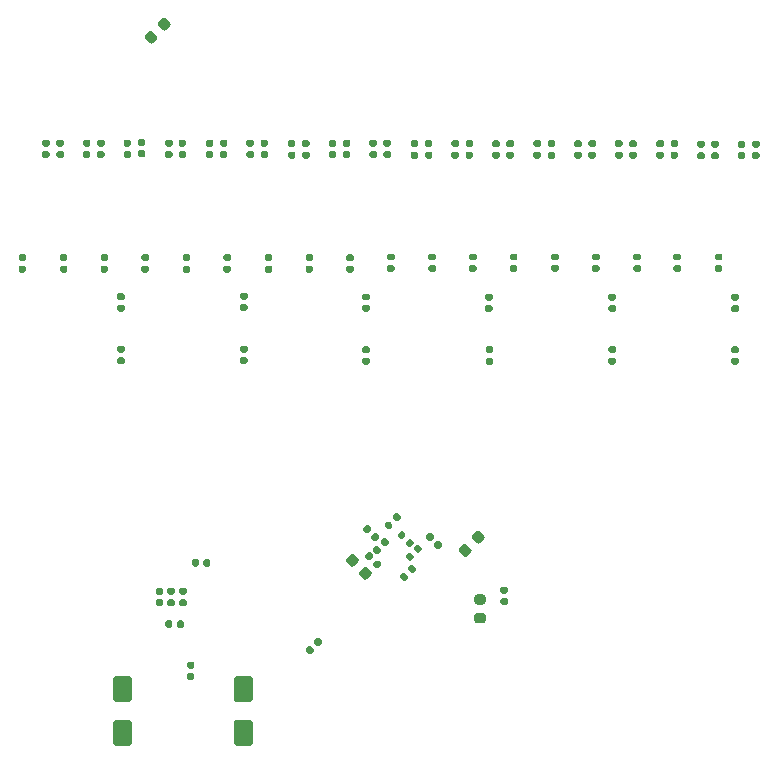
<source format=gbp>
%TF.GenerationSoftware,KiCad,Pcbnew,5.1.6*%
%TF.CreationDate,2020-08-02T00:36:08-04:00*%
%TF.ProjectId,squishy,73717569-7368-4792-9e6b-696361645f70,rev?*%
%TF.SameCoordinates,PX67f3540PY72ba1e0*%
%TF.FileFunction,Paste,Bot*%
%TF.FilePolarity,Positive*%
%FSLAX46Y46*%
G04 Gerber Fmt 4.6, Leading zero omitted, Abs format (unit mm)*
G04 Created by KiCad (PCBNEW 5.1.6) date 2020-08-02 00:36:08*
%MOMM*%
%LPD*%
G01*
G04 APERTURE LIST*
G04 APERTURE END LIST*
%TO.C,R71*%
G36*
G01*
X48306250Y12450000D02*
X47793750Y12450000D01*
G75*
G02*
X47575000Y12668750I0J218750D01*
G01*
X47575000Y13106250D01*
G75*
G02*
X47793750Y13325000I218750J0D01*
G01*
X48306250Y13325000D01*
G75*
G02*
X48525000Y13106250I0J-218750D01*
G01*
X48525000Y12668750D01*
G75*
G02*
X48306250Y12450000I-218750J0D01*
G01*
G37*
G36*
G01*
X48306250Y10875000D02*
X47793750Y10875000D01*
G75*
G02*
X47575000Y11093750I0J218750D01*
G01*
X47575000Y11531250D01*
G75*
G02*
X47793750Y11750000I218750J0D01*
G01*
X48306250Y11750000D01*
G75*
G02*
X48525000Y11531250I0J-218750D01*
G01*
X48525000Y11093750D01*
G75*
G02*
X48306250Y10875000I-218750J0D01*
G01*
G37*
%TD*%
%TO.C,R70*%
G36*
G01*
X20321316Y60983708D02*
X20683709Y60621316D01*
G75*
G02*
X20683709Y60311956I-154680J-154680D01*
G01*
X20374350Y60002597D01*
G75*
G02*
X20064990Y60002597I-154680J154680D01*
G01*
X19702597Y60364990D01*
G75*
G02*
X19702597Y60674350I154680J154680D01*
G01*
X20011956Y60983709D01*
G75*
G02*
X20321316Y60983709I154680J-154680D01*
G01*
G37*
G36*
G01*
X21435010Y62097402D02*
X21797403Y61735010D01*
G75*
G02*
X21797403Y61425650I-154680J-154680D01*
G01*
X21488044Y61116291D01*
G75*
G02*
X21178684Y61116291I-154680J154680D01*
G01*
X20816291Y61478684D01*
G75*
G02*
X20816291Y61788044I154680J154680D01*
G01*
X21125650Y62097403D01*
G75*
G02*
X21435010Y62097403I154680J-154680D01*
G01*
G37*
%TD*%
%TO.C,C53*%
G36*
G01*
X39393674Y17387625D02*
X39637625Y17143673D01*
G75*
G02*
X39637625Y16935077I-104298J-104298D01*
G01*
X39429029Y16726481D01*
G75*
G02*
X39220433Y16726481I-104298J104298D01*
G01*
X38976481Y16970433D01*
G75*
G02*
X38976481Y17179029I104298J104298D01*
G01*
X39185077Y17387625D01*
G75*
G02*
X39393673Y17387625I104298J-104298D01*
G01*
G37*
G36*
G01*
X40079568Y18073519D02*
X40323519Y17829567D01*
G75*
G02*
X40323519Y17620971I-104298J-104298D01*
G01*
X40114923Y17412375D01*
G75*
G02*
X39906327Y17412375I-104298J104298D01*
G01*
X39662375Y17656327D01*
G75*
G02*
X39662375Y17864923I104298J104298D01*
G01*
X39870971Y18073519D01*
G75*
G02*
X40079567Y18073519I104298J-104298D01*
G01*
G37*
%TD*%
%TO.C,C52*%
G36*
G01*
X42193674Y16837625D02*
X42437625Y16593673D01*
G75*
G02*
X42437625Y16385077I-104298J-104298D01*
G01*
X42229029Y16176481D01*
G75*
G02*
X42020433Y16176481I-104298J104298D01*
G01*
X41776481Y16420433D01*
G75*
G02*
X41776481Y16629029I104298J104298D01*
G01*
X41985077Y16837625D01*
G75*
G02*
X42193673Y16837625I104298J-104298D01*
G01*
G37*
G36*
G01*
X42879568Y17523519D02*
X43123519Y17279567D01*
G75*
G02*
X43123519Y17070971I-104298J-104298D01*
G01*
X42914923Y16862375D01*
G75*
G02*
X42706327Y16862375I-104298J104298D01*
G01*
X42462375Y17106327D01*
G75*
G02*
X42462375Y17314923I104298J104298D01*
G01*
X42670971Y17523519D01*
G75*
G02*
X42879567Y17523519I104298J-104298D01*
G01*
G37*
%TD*%
%TO.C,C51*%
G36*
G01*
X44137625Y18106326D02*
X43893673Y17862375D01*
G75*
G02*
X43685077Y17862375I-104298J104298D01*
G01*
X43476481Y18070971D01*
G75*
G02*
X43476481Y18279567I104298J104298D01*
G01*
X43720433Y18523519D01*
G75*
G02*
X43929029Y18523519I104298J-104298D01*
G01*
X44137625Y18314923D01*
G75*
G02*
X44137625Y18106327I-104298J-104298D01*
G01*
G37*
G36*
G01*
X44823519Y17420432D02*
X44579567Y17176481D01*
G75*
G02*
X44370971Y17176481I-104298J104298D01*
G01*
X44162375Y17385077D01*
G75*
G02*
X44162375Y17593673I104298J104298D01*
G01*
X44406327Y17837625D01*
G75*
G02*
X44614923Y17837625I104298J-104298D01*
G01*
X44823519Y17629029D01*
G75*
G02*
X44823519Y17420433I-104298J-104298D01*
G01*
G37*
%TD*%
%TO.C,C50*%
G36*
G01*
X41762375Y17743674D02*
X42006327Y17987625D01*
G75*
G02*
X42214923Y17987625I104298J-104298D01*
G01*
X42423519Y17779029D01*
G75*
G02*
X42423519Y17570433I-104298J-104298D01*
G01*
X42179567Y17326481D01*
G75*
G02*
X41970971Y17326481I-104298J104298D01*
G01*
X41762375Y17535077D01*
G75*
G02*
X41762375Y17743673I104298J104298D01*
G01*
G37*
G36*
G01*
X41076481Y18429568D02*
X41320433Y18673519D01*
G75*
G02*
X41529029Y18673519I104298J-104298D01*
G01*
X41737625Y18464923D01*
G75*
G02*
X41737625Y18256327I-104298J-104298D01*
G01*
X41493673Y18012375D01*
G75*
G02*
X41285077Y18012375I-104298J104298D01*
G01*
X41076481Y18220971D01*
G75*
G02*
X41076481Y18429567I104298J104298D01*
G01*
G37*
%TD*%
%TO.C,C49*%
G36*
G01*
X40906326Y19512375D02*
X40662375Y19756327D01*
G75*
G02*
X40662375Y19964923I104298J104298D01*
G01*
X40870971Y20173519D01*
G75*
G02*
X41079567Y20173519I104298J-104298D01*
G01*
X41323519Y19929567D01*
G75*
G02*
X41323519Y19720971I-104298J-104298D01*
G01*
X41114923Y19512375D01*
G75*
G02*
X40906327Y19512375I-104298J104298D01*
G01*
G37*
G36*
G01*
X40220432Y18826481D02*
X39976481Y19070433D01*
G75*
G02*
X39976481Y19279029I104298J104298D01*
G01*
X40185077Y19487625D01*
G75*
G02*
X40393673Y19487625I104298J-104298D01*
G01*
X40637625Y19243673D01*
G75*
G02*
X40637625Y19035077I-104298J-104298D01*
G01*
X40429029Y18826481D01*
G75*
G02*
X40220433Y18826481I-104298J104298D01*
G01*
G37*
%TD*%
%TO.C,C48*%
G36*
G01*
X39012375Y15943674D02*
X39256327Y16187625D01*
G75*
G02*
X39464923Y16187625I104298J-104298D01*
G01*
X39673519Y15979029D01*
G75*
G02*
X39673519Y15770433I-104298J-104298D01*
G01*
X39429567Y15526481D01*
G75*
G02*
X39220971Y15526481I-104298J104298D01*
G01*
X39012375Y15735077D01*
G75*
G02*
X39012375Y15943673I104298J104298D01*
G01*
G37*
G36*
G01*
X38326481Y16629568D02*
X38570433Y16873519D01*
G75*
G02*
X38779029Y16873519I104298J-104298D01*
G01*
X38987625Y16664923D01*
G75*
G02*
X38987625Y16456327I-104298J-104298D01*
G01*
X38743673Y16212375D01*
G75*
G02*
X38535077Y16212375I-104298J104298D01*
G01*
X38326481Y16420971D01*
G75*
G02*
X38326481Y16629567I104298J104298D01*
G01*
G37*
%TD*%
%TO.C,C47*%
G36*
G01*
X41693674Y15137625D02*
X41937625Y14893673D01*
G75*
G02*
X41937625Y14685077I-104298J-104298D01*
G01*
X41729029Y14476481D01*
G75*
G02*
X41520433Y14476481I-104298J104298D01*
G01*
X41276481Y14720433D01*
G75*
G02*
X41276481Y14929029I104298J104298D01*
G01*
X41485077Y15137625D01*
G75*
G02*
X41693673Y15137625I104298J-104298D01*
G01*
G37*
G36*
G01*
X42379568Y15823519D02*
X42623519Y15579567D01*
G75*
G02*
X42623519Y15370971I-104298J-104298D01*
G01*
X42414923Y15162375D01*
G75*
G02*
X42206327Y15162375I-104298J104298D01*
G01*
X41962375Y15406327D01*
G75*
G02*
X41962375Y15614923I104298J104298D01*
G01*
X42170971Y15823519D01*
G75*
G02*
X42379567Y15823519I104298J-104298D01*
G01*
G37*
%TD*%
%TO.C,C46*%
G36*
G01*
X38862375Y18243674D02*
X39106327Y18487625D01*
G75*
G02*
X39314923Y18487625I104298J-104298D01*
G01*
X39523519Y18279029D01*
G75*
G02*
X39523519Y18070433I-104298J-104298D01*
G01*
X39279567Y17826481D01*
G75*
G02*
X39070971Y17826481I-104298J104298D01*
G01*
X38862375Y18035077D01*
G75*
G02*
X38862375Y18243673I104298J104298D01*
G01*
G37*
G36*
G01*
X38176481Y18929568D02*
X38420433Y19173519D01*
G75*
G02*
X38629029Y19173519I104298J-104298D01*
G01*
X38837625Y18964923D01*
G75*
G02*
X38837625Y18756327I-104298J-104298D01*
G01*
X38593673Y18512375D01*
G75*
G02*
X38385077Y18512375I-104298J104298D01*
G01*
X38176481Y18720971D01*
G75*
G02*
X38176481Y18929567I104298J104298D01*
G01*
G37*
%TD*%
%TO.C,C45*%
G36*
G01*
X37733708Y16078684D02*
X37371316Y15716291D01*
G75*
G02*
X37061956Y15716291I-154680J154680D01*
G01*
X36752597Y16025650D01*
G75*
G02*
X36752597Y16335010I154680J154680D01*
G01*
X37114990Y16697403D01*
G75*
G02*
X37424350Y16697403I154680J-154680D01*
G01*
X37733709Y16388044D01*
G75*
G02*
X37733709Y16078684I-154680J-154680D01*
G01*
G37*
G36*
G01*
X38847402Y14964990D02*
X38485010Y14602597D01*
G75*
G02*
X38175650Y14602597I-154680J154680D01*
G01*
X37866291Y14911956D01*
G75*
G02*
X37866291Y15221316I154680J154680D01*
G01*
X38228684Y15583709D01*
G75*
G02*
X38538044Y15583709I154680J-154680D01*
G01*
X38847403Y15274350D01*
G75*
G02*
X38847403Y14964990I-154680J-154680D01*
G01*
G37*
%TD*%
%TO.C,C44*%
G36*
G01*
X46921316Y17533708D02*
X47283709Y17171316D01*
G75*
G02*
X47283709Y16861956I-154680J-154680D01*
G01*
X46974350Y16552597D01*
G75*
G02*
X46664990Y16552597I-154680J154680D01*
G01*
X46302597Y16914990D01*
G75*
G02*
X46302597Y17224350I154680J154680D01*
G01*
X46611956Y17533709D01*
G75*
G02*
X46921316Y17533709I154680J-154680D01*
G01*
G37*
G36*
G01*
X48035010Y18647402D02*
X48397403Y18285010D01*
G75*
G02*
X48397403Y17975650I-154680J-154680D01*
G01*
X48088044Y17666291D01*
G75*
G02*
X47778684Y17666291I-154680J154680D01*
G01*
X47416291Y18028684D01*
G75*
G02*
X47416291Y18338044I154680J154680D01*
G01*
X47725650Y18647403D01*
G75*
G02*
X48035010Y18647403I154680J-154680D01*
G01*
G37*
%TD*%
%TO.C,C43*%
G36*
G01*
X34256326Y8962375D02*
X34012375Y9206327D01*
G75*
G02*
X34012375Y9414923I104298J104298D01*
G01*
X34220971Y9623519D01*
G75*
G02*
X34429567Y9623519I104298J-104298D01*
G01*
X34673519Y9379567D01*
G75*
G02*
X34673519Y9170971I-104298J-104298D01*
G01*
X34464923Y8962375D01*
G75*
G02*
X34256327Y8962375I-104298J104298D01*
G01*
G37*
G36*
G01*
X33570432Y8276481D02*
X33326481Y8520433D01*
G75*
G02*
X33326481Y8729029I104298J104298D01*
G01*
X33535077Y8937625D01*
G75*
G02*
X33743673Y8937625I104298J-104298D01*
G01*
X33987625Y8693673D01*
G75*
G02*
X33987625Y8485077I-104298J-104298D01*
G01*
X33779029Y8276481D01*
G75*
G02*
X33570433Y8276481I-104298J104298D01*
G01*
G37*
%TD*%
%TO.C,C42*%
G36*
G01*
X24260000Y16172500D02*
X24260000Y15827500D01*
G75*
G02*
X24112500Y15680000I-147500J0D01*
G01*
X23817500Y15680000D01*
G75*
G02*
X23670000Y15827500I0J147500D01*
G01*
X23670000Y16172500D01*
G75*
G02*
X23817500Y16320000I147500J0D01*
G01*
X24112500Y16320000D01*
G75*
G02*
X24260000Y16172500I0J-147500D01*
G01*
G37*
G36*
G01*
X25230000Y16172500D02*
X25230000Y15827500D01*
G75*
G02*
X25082500Y15680000I-147500J0D01*
G01*
X24787500Y15680000D01*
G75*
G02*
X24640000Y15827500I0J147500D01*
G01*
X24640000Y16172500D01*
G75*
G02*
X24787500Y16320000I147500J0D01*
G01*
X25082500Y16320000D01*
G75*
G02*
X25230000Y16172500I0J-147500D01*
G01*
G37*
%TD*%
%TO.C,C40*%
G36*
G01*
X22072500Y13290000D02*
X21727500Y13290000D01*
G75*
G02*
X21580000Y13437500I0J147500D01*
G01*
X21580000Y13732500D01*
G75*
G02*
X21727500Y13880000I147500J0D01*
G01*
X22072500Y13880000D01*
G75*
G02*
X22220000Y13732500I0J-147500D01*
G01*
X22220000Y13437500D01*
G75*
G02*
X22072500Y13290000I-147500J0D01*
G01*
G37*
G36*
G01*
X22072500Y12320000D02*
X21727500Y12320000D01*
G75*
G02*
X21580000Y12467500I0J147500D01*
G01*
X21580000Y12762500D01*
G75*
G02*
X21727500Y12910000I147500J0D01*
G01*
X22072500Y12910000D01*
G75*
G02*
X22220000Y12762500I0J-147500D01*
G01*
X22220000Y12467500D01*
G75*
G02*
X22072500Y12320000I-147500J0D01*
G01*
G37*
%TD*%
%TO.C,C39*%
G36*
G01*
X23072500Y13290000D02*
X22727500Y13290000D01*
G75*
G02*
X22580000Y13437500I0J147500D01*
G01*
X22580000Y13732500D01*
G75*
G02*
X22727500Y13880000I147500J0D01*
G01*
X23072500Y13880000D01*
G75*
G02*
X23220000Y13732500I0J-147500D01*
G01*
X23220000Y13437500D01*
G75*
G02*
X23072500Y13290000I-147500J0D01*
G01*
G37*
G36*
G01*
X23072500Y12320000D02*
X22727500Y12320000D01*
G75*
G02*
X22580000Y12467500I0J147500D01*
G01*
X22580000Y12762500D01*
G75*
G02*
X22727500Y12910000I147500J0D01*
G01*
X23072500Y12910000D01*
G75*
G02*
X23220000Y12762500I0J-147500D01*
G01*
X23220000Y12467500D01*
G75*
G02*
X23072500Y12320000I-147500J0D01*
G01*
G37*
%TD*%
%TO.C,C38*%
G36*
G01*
X20727500Y12910000D02*
X21072500Y12910000D01*
G75*
G02*
X21220000Y12762500I0J-147500D01*
G01*
X21220000Y12467500D01*
G75*
G02*
X21072500Y12320000I-147500J0D01*
G01*
X20727500Y12320000D01*
G75*
G02*
X20580000Y12467500I0J147500D01*
G01*
X20580000Y12762500D01*
G75*
G02*
X20727500Y12910000I147500J0D01*
G01*
G37*
G36*
G01*
X20727500Y13880000D02*
X21072500Y13880000D01*
G75*
G02*
X21220000Y13732500I0J-147500D01*
G01*
X21220000Y13437500D01*
G75*
G02*
X21072500Y13290000I-147500J0D01*
G01*
X20727500Y13290000D01*
G75*
G02*
X20580000Y13437500I0J147500D01*
G01*
X20580000Y13732500D01*
G75*
G02*
X20727500Y13880000I147500J0D01*
G01*
G37*
%TD*%
%TO.C,C37*%
G36*
G01*
X22390000Y10627500D02*
X22390000Y10972500D01*
G75*
G02*
X22537500Y11120000I147500J0D01*
G01*
X22832500Y11120000D01*
G75*
G02*
X22980000Y10972500I0J-147500D01*
G01*
X22980000Y10627500D01*
G75*
G02*
X22832500Y10480000I-147500J0D01*
G01*
X22537500Y10480000D01*
G75*
G02*
X22390000Y10627500I0J147500D01*
G01*
G37*
G36*
G01*
X21420000Y10627500D02*
X21420000Y10972500D01*
G75*
G02*
X21567500Y11120000I147500J0D01*
G01*
X21862500Y11120000D01*
G75*
G02*
X22010000Y10972500I0J-147500D01*
G01*
X22010000Y10627500D01*
G75*
G02*
X21862500Y10480000I-147500J0D01*
G01*
X21567500Y10480000D01*
G75*
G02*
X21420000Y10627500I0J147500D01*
G01*
G37*
%TD*%
%TO.C,C3*%
G36*
G01*
X23377500Y6660000D02*
X23722500Y6660000D01*
G75*
G02*
X23870000Y6512500I0J-147500D01*
G01*
X23870000Y6217500D01*
G75*
G02*
X23722500Y6070000I-147500J0D01*
G01*
X23377500Y6070000D01*
G75*
G02*
X23230000Y6217500I0J147500D01*
G01*
X23230000Y6512500D01*
G75*
G02*
X23377500Y6660000I147500J0D01*
G01*
G37*
G36*
G01*
X23377500Y7630000D02*
X23722500Y7630000D01*
G75*
G02*
X23870000Y7482500I0J-147500D01*
G01*
X23870000Y7187500D01*
G75*
G02*
X23722500Y7040000I-147500J0D01*
G01*
X23377500Y7040000D01*
G75*
G02*
X23230000Y7187500I0J147500D01*
G01*
X23230000Y7482500D01*
G75*
G02*
X23377500Y7630000I147500J0D01*
G01*
G37*
%TD*%
%TO.C,C2*%
G36*
G01*
X50272500Y13390000D02*
X49927500Y13390000D01*
G75*
G02*
X49780000Y13537500I0J147500D01*
G01*
X49780000Y13832500D01*
G75*
G02*
X49927500Y13980000I147500J0D01*
G01*
X50272500Y13980000D01*
G75*
G02*
X50420000Y13832500I0J-147500D01*
G01*
X50420000Y13537500D01*
G75*
G02*
X50272500Y13390000I-147500J0D01*
G01*
G37*
G36*
G01*
X50272500Y12420000D02*
X49927500Y12420000D01*
G75*
G02*
X49780000Y12567500I0J147500D01*
G01*
X49780000Y12862500D01*
G75*
G02*
X49927500Y13010000I147500J0D01*
G01*
X50272500Y13010000D01*
G75*
G02*
X50420000Y12862500I0J-147500D01*
G01*
X50420000Y12567500D01*
G75*
G02*
X50272500Y12420000I-147500J0D01*
G01*
G37*
%TD*%
%TO.C,J1*%
G36*
G01*
X27200000Y700000D02*
X27200000Y2500000D01*
G75*
G02*
X27400000Y2700000I200000J0D01*
G01*
X28600000Y2700000D01*
G75*
G02*
X28800000Y2500000I0J-200000D01*
G01*
X28800000Y700000D01*
G75*
G02*
X28600000Y500000I-200000J0D01*
G01*
X27400000Y500000D01*
G75*
G02*
X27200000Y700000I0J200000D01*
G01*
G37*
G36*
G01*
X27200000Y4400000D02*
X27200000Y6200000D01*
G75*
G02*
X27400000Y6400000I200000J0D01*
G01*
X28600000Y6400000D01*
G75*
G02*
X28800000Y6200000I0J-200000D01*
G01*
X28800000Y4400000D01*
G75*
G02*
X28600000Y4200000I-200000J0D01*
G01*
X27400000Y4200000D01*
G75*
G02*
X27200000Y4400000I0J200000D01*
G01*
G37*
G36*
G01*
X17000000Y4400000D02*
X17000000Y6200000D01*
G75*
G02*
X17200000Y6400000I200000J0D01*
G01*
X18400000Y6400000D01*
G75*
G02*
X18600000Y6200000I0J-200000D01*
G01*
X18600000Y4400000D01*
G75*
G02*
X18400000Y4200000I-200000J0D01*
G01*
X17200000Y4200000D01*
G75*
G02*
X17000000Y4400000I0J200000D01*
G01*
G37*
G36*
G01*
X17000000Y700000D02*
X17000000Y2500000D01*
G75*
G02*
X17200000Y2700000I200000J0D01*
G01*
X18400000Y2700000D01*
G75*
G02*
X18600000Y2500000I0J-200000D01*
G01*
X18600000Y700000D01*
G75*
G02*
X18400000Y500000I-200000J0D01*
G01*
X17200000Y500000D01*
G75*
G02*
X17000000Y700000I0J200000D01*
G01*
G37*
%TD*%
%TO.C,R62*%
G36*
G01*
X63127500Y50810000D02*
X63472500Y50810000D01*
G75*
G02*
X63620000Y50662500I0J-147500D01*
G01*
X63620000Y50367500D01*
G75*
G02*
X63472500Y50220000I-147500J0D01*
G01*
X63127500Y50220000D01*
G75*
G02*
X62980000Y50367500I0J147500D01*
G01*
X62980000Y50662500D01*
G75*
G02*
X63127500Y50810000I147500J0D01*
G01*
G37*
G36*
G01*
X63127500Y51780000D02*
X63472500Y51780000D01*
G75*
G02*
X63620000Y51632500I0J-147500D01*
G01*
X63620000Y51337500D01*
G75*
G02*
X63472500Y51190000I-147500J0D01*
G01*
X63127500Y51190000D01*
G75*
G02*
X62980000Y51337500I0J147500D01*
G01*
X62980000Y51632500D01*
G75*
G02*
X63127500Y51780000I147500J0D01*
G01*
G37*
%TD*%
%TO.C,R60*%
G36*
G01*
X64672500Y51190000D02*
X64327500Y51190000D01*
G75*
G02*
X64180000Y51337500I0J147500D01*
G01*
X64180000Y51632500D01*
G75*
G02*
X64327500Y51780000I147500J0D01*
G01*
X64672500Y51780000D01*
G75*
G02*
X64820000Y51632500I0J-147500D01*
G01*
X64820000Y51337500D01*
G75*
G02*
X64672500Y51190000I-147500J0D01*
G01*
G37*
G36*
G01*
X64672500Y50220000D02*
X64327500Y50220000D01*
G75*
G02*
X64180000Y50367500I0J147500D01*
G01*
X64180000Y50662500D01*
G75*
G02*
X64327500Y50810000I147500J0D01*
G01*
X64672500Y50810000D01*
G75*
G02*
X64820000Y50662500I0J-147500D01*
G01*
X64820000Y50367500D01*
G75*
G02*
X64672500Y50220000I-147500J0D01*
G01*
G37*
%TD*%
%TO.C,R59*%
G36*
G01*
X66577500Y50760000D02*
X66922500Y50760000D01*
G75*
G02*
X67070000Y50612500I0J-147500D01*
G01*
X67070000Y50317500D01*
G75*
G02*
X66922500Y50170000I-147500J0D01*
G01*
X66577500Y50170000D01*
G75*
G02*
X66430000Y50317500I0J147500D01*
G01*
X66430000Y50612500D01*
G75*
G02*
X66577500Y50760000I147500J0D01*
G01*
G37*
G36*
G01*
X66577500Y51730000D02*
X66922500Y51730000D01*
G75*
G02*
X67070000Y51582500I0J-147500D01*
G01*
X67070000Y51287500D01*
G75*
G02*
X66922500Y51140000I-147500J0D01*
G01*
X66577500Y51140000D01*
G75*
G02*
X66430000Y51287500I0J147500D01*
G01*
X66430000Y51582500D01*
G75*
G02*
X66577500Y51730000I147500J0D01*
G01*
G37*
%TD*%
%TO.C,R57*%
G36*
G01*
X68122500Y51140000D02*
X67777500Y51140000D01*
G75*
G02*
X67630000Y51287500I0J147500D01*
G01*
X67630000Y51582500D01*
G75*
G02*
X67777500Y51730000I147500J0D01*
G01*
X68122500Y51730000D01*
G75*
G02*
X68270000Y51582500I0J-147500D01*
G01*
X68270000Y51287500D01*
G75*
G02*
X68122500Y51140000I-147500J0D01*
G01*
G37*
G36*
G01*
X68122500Y50170000D02*
X67777500Y50170000D01*
G75*
G02*
X67630000Y50317500I0J147500D01*
G01*
X67630000Y50612500D01*
G75*
G02*
X67777500Y50760000I147500J0D01*
G01*
X68122500Y50760000D01*
G75*
G02*
X68270000Y50612500I0J-147500D01*
G01*
X68270000Y50317500D01*
G75*
G02*
X68122500Y50170000I-147500J0D01*
G01*
G37*
%TD*%
%TO.C,R56*%
G36*
G01*
X70027500Y50760000D02*
X70372500Y50760000D01*
G75*
G02*
X70520000Y50612500I0J-147500D01*
G01*
X70520000Y50317500D01*
G75*
G02*
X70372500Y50170000I-147500J0D01*
G01*
X70027500Y50170000D01*
G75*
G02*
X69880000Y50317500I0J147500D01*
G01*
X69880000Y50612500D01*
G75*
G02*
X70027500Y50760000I147500J0D01*
G01*
G37*
G36*
G01*
X70027500Y51730000D02*
X70372500Y51730000D01*
G75*
G02*
X70520000Y51582500I0J-147500D01*
G01*
X70520000Y51287500D01*
G75*
G02*
X70372500Y51140000I-147500J0D01*
G01*
X70027500Y51140000D01*
G75*
G02*
X69880000Y51287500I0J147500D01*
G01*
X69880000Y51582500D01*
G75*
G02*
X70027500Y51730000I147500J0D01*
G01*
G37*
%TD*%
%TO.C,R54*%
G36*
G01*
X71572500Y51140000D02*
X71227500Y51140000D01*
G75*
G02*
X71080000Y51287500I0J147500D01*
G01*
X71080000Y51582500D01*
G75*
G02*
X71227500Y51730000I147500J0D01*
G01*
X71572500Y51730000D01*
G75*
G02*
X71720000Y51582500I0J-147500D01*
G01*
X71720000Y51287500D01*
G75*
G02*
X71572500Y51140000I-147500J0D01*
G01*
G37*
G36*
G01*
X71572500Y50170000D02*
X71227500Y50170000D01*
G75*
G02*
X71080000Y50317500I0J147500D01*
G01*
X71080000Y50612500D01*
G75*
G02*
X71227500Y50760000I147500J0D01*
G01*
X71572500Y50760000D01*
G75*
G02*
X71720000Y50612500I0J-147500D01*
G01*
X71720000Y50317500D01*
G75*
G02*
X71572500Y50170000I-147500J0D01*
G01*
G37*
%TD*%
%TO.C,R53*%
G36*
G01*
X52727500Y50810000D02*
X53072500Y50810000D01*
G75*
G02*
X53220000Y50662500I0J-147500D01*
G01*
X53220000Y50367500D01*
G75*
G02*
X53072500Y50220000I-147500J0D01*
G01*
X52727500Y50220000D01*
G75*
G02*
X52580000Y50367500I0J147500D01*
G01*
X52580000Y50662500D01*
G75*
G02*
X52727500Y50810000I147500J0D01*
G01*
G37*
G36*
G01*
X52727500Y51780000D02*
X53072500Y51780000D01*
G75*
G02*
X53220000Y51632500I0J-147500D01*
G01*
X53220000Y51337500D01*
G75*
G02*
X53072500Y51190000I-147500J0D01*
G01*
X52727500Y51190000D01*
G75*
G02*
X52580000Y51337500I0J147500D01*
G01*
X52580000Y51632500D01*
G75*
G02*
X52727500Y51780000I147500J0D01*
G01*
G37*
%TD*%
%TO.C,R51*%
G36*
G01*
X54272500Y51190000D02*
X53927500Y51190000D01*
G75*
G02*
X53780000Y51337500I0J147500D01*
G01*
X53780000Y51632500D01*
G75*
G02*
X53927500Y51780000I147500J0D01*
G01*
X54272500Y51780000D01*
G75*
G02*
X54420000Y51632500I0J-147500D01*
G01*
X54420000Y51337500D01*
G75*
G02*
X54272500Y51190000I-147500J0D01*
G01*
G37*
G36*
G01*
X54272500Y50220000D02*
X53927500Y50220000D01*
G75*
G02*
X53780000Y50367500I0J147500D01*
G01*
X53780000Y50662500D01*
G75*
G02*
X53927500Y50810000I147500J0D01*
G01*
X54272500Y50810000D01*
G75*
G02*
X54420000Y50662500I0J-147500D01*
G01*
X54420000Y50367500D01*
G75*
G02*
X54272500Y50220000I-147500J0D01*
G01*
G37*
%TD*%
%TO.C,R50*%
G36*
G01*
X56177500Y50810000D02*
X56522500Y50810000D01*
G75*
G02*
X56670000Y50662500I0J-147500D01*
G01*
X56670000Y50367500D01*
G75*
G02*
X56522500Y50220000I-147500J0D01*
G01*
X56177500Y50220000D01*
G75*
G02*
X56030000Y50367500I0J147500D01*
G01*
X56030000Y50662500D01*
G75*
G02*
X56177500Y50810000I147500J0D01*
G01*
G37*
G36*
G01*
X56177500Y51780000D02*
X56522500Y51780000D01*
G75*
G02*
X56670000Y51632500I0J-147500D01*
G01*
X56670000Y51337500D01*
G75*
G02*
X56522500Y51190000I-147500J0D01*
G01*
X56177500Y51190000D01*
G75*
G02*
X56030000Y51337500I0J147500D01*
G01*
X56030000Y51632500D01*
G75*
G02*
X56177500Y51780000I147500J0D01*
G01*
G37*
%TD*%
%TO.C,R48*%
G36*
G01*
X57722500Y51190000D02*
X57377500Y51190000D01*
G75*
G02*
X57230000Y51337500I0J147500D01*
G01*
X57230000Y51632500D01*
G75*
G02*
X57377500Y51780000I147500J0D01*
G01*
X57722500Y51780000D01*
G75*
G02*
X57870000Y51632500I0J-147500D01*
G01*
X57870000Y51337500D01*
G75*
G02*
X57722500Y51190000I-147500J0D01*
G01*
G37*
G36*
G01*
X57722500Y50220000D02*
X57377500Y50220000D01*
G75*
G02*
X57230000Y50367500I0J147500D01*
G01*
X57230000Y50662500D01*
G75*
G02*
X57377500Y50810000I147500J0D01*
G01*
X57722500Y50810000D01*
G75*
G02*
X57870000Y50662500I0J-147500D01*
G01*
X57870000Y50367500D01*
G75*
G02*
X57722500Y50220000I-147500J0D01*
G01*
G37*
%TD*%
%TO.C,R47*%
G36*
G01*
X59627500Y50810000D02*
X59972500Y50810000D01*
G75*
G02*
X60120000Y50662500I0J-147500D01*
G01*
X60120000Y50367500D01*
G75*
G02*
X59972500Y50220000I-147500J0D01*
G01*
X59627500Y50220000D01*
G75*
G02*
X59480000Y50367500I0J147500D01*
G01*
X59480000Y50662500D01*
G75*
G02*
X59627500Y50810000I147500J0D01*
G01*
G37*
G36*
G01*
X59627500Y51780000D02*
X59972500Y51780000D01*
G75*
G02*
X60120000Y51632500I0J-147500D01*
G01*
X60120000Y51337500D01*
G75*
G02*
X59972500Y51190000I-147500J0D01*
G01*
X59627500Y51190000D01*
G75*
G02*
X59480000Y51337500I0J147500D01*
G01*
X59480000Y51632500D01*
G75*
G02*
X59627500Y51780000I147500J0D01*
G01*
G37*
%TD*%
%TO.C,R45*%
G36*
G01*
X61172500Y51190000D02*
X60827500Y51190000D01*
G75*
G02*
X60680000Y51337500I0J147500D01*
G01*
X60680000Y51632500D01*
G75*
G02*
X60827500Y51780000I147500J0D01*
G01*
X61172500Y51780000D01*
G75*
G02*
X61320000Y51632500I0J-147500D01*
G01*
X61320000Y51337500D01*
G75*
G02*
X61172500Y51190000I-147500J0D01*
G01*
G37*
G36*
G01*
X61172500Y50220000D02*
X60827500Y50220000D01*
G75*
G02*
X60680000Y50367500I0J147500D01*
G01*
X60680000Y50662500D01*
G75*
G02*
X60827500Y50810000I147500J0D01*
G01*
X61172500Y50810000D01*
G75*
G02*
X61320000Y50662500I0J-147500D01*
G01*
X61320000Y50367500D01*
G75*
G02*
X61172500Y50220000I-147500J0D01*
G01*
G37*
%TD*%
%TO.C,R44*%
G36*
G01*
X42327500Y50810000D02*
X42672500Y50810000D01*
G75*
G02*
X42820000Y50662500I0J-147500D01*
G01*
X42820000Y50367500D01*
G75*
G02*
X42672500Y50220000I-147500J0D01*
G01*
X42327500Y50220000D01*
G75*
G02*
X42180000Y50367500I0J147500D01*
G01*
X42180000Y50662500D01*
G75*
G02*
X42327500Y50810000I147500J0D01*
G01*
G37*
G36*
G01*
X42327500Y51780000D02*
X42672500Y51780000D01*
G75*
G02*
X42820000Y51632500I0J-147500D01*
G01*
X42820000Y51337500D01*
G75*
G02*
X42672500Y51190000I-147500J0D01*
G01*
X42327500Y51190000D01*
G75*
G02*
X42180000Y51337500I0J147500D01*
G01*
X42180000Y51632500D01*
G75*
G02*
X42327500Y51780000I147500J0D01*
G01*
G37*
%TD*%
%TO.C,R42*%
G36*
G01*
X43872500Y51190000D02*
X43527500Y51190000D01*
G75*
G02*
X43380000Y51337500I0J147500D01*
G01*
X43380000Y51632500D01*
G75*
G02*
X43527500Y51780000I147500J0D01*
G01*
X43872500Y51780000D01*
G75*
G02*
X44020000Y51632500I0J-147500D01*
G01*
X44020000Y51337500D01*
G75*
G02*
X43872500Y51190000I-147500J0D01*
G01*
G37*
G36*
G01*
X43872500Y50220000D02*
X43527500Y50220000D01*
G75*
G02*
X43380000Y50367500I0J147500D01*
G01*
X43380000Y50662500D01*
G75*
G02*
X43527500Y50810000I147500J0D01*
G01*
X43872500Y50810000D01*
G75*
G02*
X44020000Y50662500I0J-147500D01*
G01*
X44020000Y50367500D01*
G75*
G02*
X43872500Y50220000I-147500J0D01*
G01*
G37*
%TD*%
%TO.C,R41*%
G36*
G01*
X45777500Y50810000D02*
X46122500Y50810000D01*
G75*
G02*
X46270000Y50662500I0J-147500D01*
G01*
X46270000Y50367500D01*
G75*
G02*
X46122500Y50220000I-147500J0D01*
G01*
X45777500Y50220000D01*
G75*
G02*
X45630000Y50367500I0J147500D01*
G01*
X45630000Y50662500D01*
G75*
G02*
X45777500Y50810000I147500J0D01*
G01*
G37*
G36*
G01*
X45777500Y51780000D02*
X46122500Y51780000D01*
G75*
G02*
X46270000Y51632500I0J-147500D01*
G01*
X46270000Y51337500D01*
G75*
G02*
X46122500Y51190000I-147500J0D01*
G01*
X45777500Y51190000D01*
G75*
G02*
X45630000Y51337500I0J147500D01*
G01*
X45630000Y51632500D01*
G75*
G02*
X45777500Y51780000I147500J0D01*
G01*
G37*
%TD*%
%TO.C,R39*%
G36*
G01*
X47322500Y51190000D02*
X46977500Y51190000D01*
G75*
G02*
X46830000Y51337500I0J147500D01*
G01*
X46830000Y51632500D01*
G75*
G02*
X46977500Y51780000I147500J0D01*
G01*
X47322500Y51780000D01*
G75*
G02*
X47470000Y51632500I0J-147500D01*
G01*
X47470000Y51337500D01*
G75*
G02*
X47322500Y51190000I-147500J0D01*
G01*
G37*
G36*
G01*
X47322500Y50220000D02*
X46977500Y50220000D01*
G75*
G02*
X46830000Y50367500I0J147500D01*
G01*
X46830000Y50662500D01*
G75*
G02*
X46977500Y50810000I147500J0D01*
G01*
X47322500Y50810000D01*
G75*
G02*
X47470000Y50662500I0J-147500D01*
G01*
X47470000Y50367500D01*
G75*
G02*
X47322500Y50220000I-147500J0D01*
G01*
G37*
%TD*%
%TO.C,R38*%
G36*
G01*
X49227500Y50810000D02*
X49572500Y50810000D01*
G75*
G02*
X49720000Y50662500I0J-147500D01*
G01*
X49720000Y50367500D01*
G75*
G02*
X49572500Y50220000I-147500J0D01*
G01*
X49227500Y50220000D01*
G75*
G02*
X49080000Y50367500I0J147500D01*
G01*
X49080000Y50662500D01*
G75*
G02*
X49227500Y50810000I147500J0D01*
G01*
G37*
G36*
G01*
X49227500Y51780000D02*
X49572500Y51780000D01*
G75*
G02*
X49720000Y51632500I0J-147500D01*
G01*
X49720000Y51337500D01*
G75*
G02*
X49572500Y51190000I-147500J0D01*
G01*
X49227500Y51190000D01*
G75*
G02*
X49080000Y51337500I0J147500D01*
G01*
X49080000Y51632500D01*
G75*
G02*
X49227500Y51780000I147500J0D01*
G01*
G37*
%TD*%
%TO.C,R36*%
G36*
G01*
X50772500Y51190000D02*
X50427500Y51190000D01*
G75*
G02*
X50280000Y51337500I0J147500D01*
G01*
X50280000Y51632500D01*
G75*
G02*
X50427500Y51780000I147500J0D01*
G01*
X50772500Y51780000D01*
G75*
G02*
X50920000Y51632500I0J-147500D01*
G01*
X50920000Y51337500D01*
G75*
G02*
X50772500Y51190000I-147500J0D01*
G01*
G37*
G36*
G01*
X50772500Y50220000D02*
X50427500Y50220000D01*
G75*
G02*
X50280000Y50367500I0J147500D01*
G01*
X50280000Y50662500D01*
G75*
G02*
X50427500Y50810000I147500J0D01*
G01*
X50772500Y50810000D01*
G75*
G02*
X50920000Y50662500I0J-147500D01*
G01*
X50920000Y50367500D01*
G75*
G02*
X50772500Y50220000I-147500J0D01*
G01*
G37*
%TD*%
%TO.C,R35*%
G36*
G01*
X31927500Y50810000D02*
X32272500Y50810000D01*
G75*
G02*
X32420000Y50662500I0J-147500D01*
G01*
X32420000Y50367500D01*
G75*
G02*
X32272500Y50220000I-147500J0D01*
G01*
X31927500Y50220000D01*
G75*
G02*
X31780000Y50367500I0J147500D01*
G01*
X31780000Y50662500D01*
G75*
G02*
X31927500Y50810000I147500J0D01*
G01*
G37*
G36*
G01*
X31927500Y51780000D02*
X32272500Y51780000D01*
G75*
G02*
X32420000Y51632500I0J-147500D01*
G01*
X32420000Y51337500D01*
G75*
G02*
X32272500Y51190000I-147500J0D01*
G01*
X31927500Y51190000D01*
G75*
G02*
X31780000Y51337500I0J147500D01*
G01*
X31780000Y51632500D01*
G75*
G02*
X31927500Y51780000I147500J0D01*
G01*
G37*
%TD*%
%TO.C,R33*%
G36*
G01*
X33472500Y51190000D02*
X33127500Y51190000D01*
G75*
G02*
X32980000Y51337500I0J147500D01*
G01*
X32980000Y51632500D01*
G75*
G02*
X33127500Y51780000I147500J0D01*
G01*
X33472500Y51780000D01*
G75*
G02*
X33620000Y51632500I0J-147500D01*
G01*
X33620000Y51337500D01*
G75*
G02*
X33472500Y51190000I-147500J0D01*
G01*
G37*
G36*
G01*
X33472500Y50220000D02*
X33127500Y50220000D01*
G75*
G02*
X32980000Y50367500I0J147500D01*
G01*
X32980000Y50662500D01*
G75*
G02*
X33127500Y50810000I147500J0D01*
G01*
X33472500Y50810000D01*
G75*
G02*
X33620000Y50662500I0J-147500D01*
G01*
X33620000Y50367500D01*
G75*
G02*
X33472500Y50220000I-147500J0D01*
G01*
G37*
%TD*%
%TO.C,R32*%
G36*
G01*
X35377500Y50845000D02*
X35722500Y50845000D01*
G75*
G02*
X35870000Y50697500I0J-147500D01*
G01*
X35870000Y50402500D01*
G75*
G02*
X35722500Y50255000I-147500J0D01*
G01*
X35377500Y50255000D01*
G75*
G02*
X35230000Y50402500I0J147500D01*
G01*
X35230000Y50697500D01*
G75*
G02*
X35377500Y50845000I147500J0D01*
G01*
G37*
G36*
G01*
X35377500Y51815000D02*
X35722500Y51815000D01*
G75*
G02*
X35870000Y51667500I0J-147500D01*
G01*
X35870000Y51372500D01*
G75*
G02*
X35722500Y51225000I-147500J0D01*
G01*
X35377500Y51225000D01*
G75*
G02*
X35230000Y51372500I0J147500D01*
G01*
X35230000Y51667500D01*
G75*
G02*
X35377500Y51815000I147500J0D01*
G01*
G37*
%TD*%
%TO.C,R30*%
G36*
G01*
X36922500Y51240000D02*
X36577500Y51240000D01*
G75*
G02*
X36430000Y51387500I0J147500D01*
G01*
X36430000Y51682500D01*
G75*
G02*
X36577500Y51830000I147500J0D01*
G01*
X36922500Y51830000D01*
G75*
G02*
X37070000Y51682500I0J-147500D01*
G01*
X37070000Y51387500D01*
G75*
G02*
X36922500Y51240000I-147500J0D01*
G01*
G37*
G36*
G01*
X36922500Y50270000D02*
X36577500Y50270000D01*
G75*
G02*
X36430000Y50417500I0J147500D01*
G01*
X36430000Y50712500D01*
G75*
G02*
X36577500Y50860000I147500J0D01*
G01*
X36922500Y50860000D01*
G75*
G02*
X37070000Y50712500I0J-147500D01*
G01*
X37070000Y50417500D01*
G75*
G02*
X36922500Y50270000I-147500J0D01*
G01*
G37*
%TD*%
%TO.C,R29*%
G36*
G01*
X38827500Y50860000D02*
X39172500Y50860000D01*
G75*
G02*
X39320000Y50712500I0J-147500D01*
G01*
X39320000Y50417500D01*
G75*
G02*
X39172500Y50270000I-147500J0D01*
G01*
X38827500Y50270000D01*
G75*
G02*
X38680000Y50417500I0J147500D01*
G01*
X38680000Y50712500D01*
G75*
G02*
X38827500Y50860000I147500J0D01*
G01*
G37*
G36*
G01*
X38827500Y51830000D02*
X39172500Y51830000D01*
G75*
G02*
X39320000Y51682500I0J-147500D01*
G01*
X39320000Y51387500D01*
G75*
G02*
X39172500Y51240000I-147500J0D01*
G01*
X38827500Y51240000D01*
G75*
G02*
X38680000Y51387500I0J147500D01*
G01*
X38680000Y51682500D01*
G75*
G02*
X38827500Y51830000I147500J0D01*
G01*
G37*
%TD*%
%TO.C,R27*%
G36*
G01*
X40372500Y51240000D02*
X40027500Y51240000D01*
G75*
G02*
X39880000Y51387500I0J147500D01*
G01*
X39880000Y51682500D01*
G75*
G02*
X40027500Y51830000I147500J0D01*
G01*
X40372500Y51830000D01*
G75*
G02*
X40520000Y51682500I0J-147500D01*
G01*
X40520000Y51387500D01*
G75*
G02*
X40372500Y51240000I-147500J0D01*
G01*
G37*
G36*
G01*
X40372500Y50270000D02*
X40027500Y50270000D01*
G75*
G02*
X39880000Y50417500I0J147500D01*
G01*
X39880000Y50712500D01*
G75*
G02*
X40027500Y50860000I147500J0D01*
G01*
X40372500Y50860000D01*
G75*
G02*
X40520000Y50712500I0J-147500D01*
G01*
X40520000Y50417500D01*
G75*
G02*
X40372500Y50270000I-147500J0D01*
G01*
G37*
%TD*%
%TO.C,R26*%
G36*
G01*
X21527500Y50860000D02*
X21872500Y50860000D01*
G75*
G02*
X22020000Y50712500I0J-147500D01*
G01*
X22020000Y50417500D01*
G75*
G02*
X21872500Y50270000I-147500J0D01*
G01*
X21527500Y50270000D01*
G75*
G02*
X21380000Y50417500I0J147500D01*
G01*
X21380000Y50712500D01*
G75*
G02*
X21527500Y50860000I147500J0D01*
G01*
G37*
G36*
G01*
X21527500Y51830000D02*
X21872500Y51830000D01*
G75*
G02*
X22020000Y51682500I0J-147500D01*
G01*
X22020000Y51387500D01*
G75*
G02*
X21872500Y51240000I-147500J0D01*
G01*
X21527500Y51240000D01*
G75*
G02*
X21380000Y51387500I0J147500D01*
G01*
X21380000Y51682500D01*
G75*
G02*
X21527500Y51830000I147500J0D01*
G01*
G37*
%TD*%
%TO.C,R24*%
G36*
G01*
X23022500Y51240000D02*
X22677500Y51240000D01*
G75*
G02*
X22530000Y51387500I0J147500D01*
G01*
X22530000Y51682500D01*
G75*
G02*
X22677500Y51830000I147500J0D01*
G01*
X23022500Y51830000D01*
G75*
G02*
X23170000Y51682500I0J-147500D01*
G01*
X23170000Y51387500D01*
G75*
G02*
X23022500Y51240000I-147500J0D01*
G01*
G37*
G36*
G01*
X23022500Y50270000D02*
X22677500Y50270000D01*
G75*
G02*
X22530000Y50417500I0J147500D01*
G01*
X22530000Y50712500D01*
G75*
G02*
X22677500Y50860000I147500J0D01*
G01*
X23022500Y50860000D01*
G75*
G02*
X23170000Y50712500I0J-147500D01*
G01*
X23170000Y50417500D01*
G75*
G02*
X23022500Y50270000I-147500J0D01*
G01*
G37*
%TD*%
%TO.C,R23*%
G36*
G01*
X24977500Y50860000D02*
X25322500Y50860000D01*
G75*
G02*
X25470000Y50712500I0J-147500D01*
G01*
X25470000Y50417500D01*
G75*
G02*
X25322500Y50270000I-147500J0D01*
G01*
X24977500Y50270000D01*
G75*
G02*
X24830000Y50417500I0J147500D01*
G01*
X24830000Y50712500D01*
G75*
G02*
X24977500Y50860000I147500J0D01*
G01*
G37*
G36*
G01*
X24977500Y51830000D02*
X25322500Y51830000D01*
G75*
G02*
X25470000Y51682500I0J-147500D01*
G01*
X25470000Y51387500D01*
G75*
G02*
X25322500Y51240000I-147500J0D01*
G01*
X24977500Y51240000D01*
G75*
G02*
X24830000Y51387500I0J147500D01*
G01*
X24830000Y51682500D01*
G75*
G02*
X24977500Y51830000I147500J0D01*
G01*
G37*
%TD*%
%TO.C,R21*%
G36*
G01*
X26522500Y51240000D02*
X26177500Y51240000D01*
G75*
G02*
X26030000Y51387500I0J147500D01*
G01*
X26030000Y51682500D01*
G75*
G02*
X26177500Y51830000I147500J0D01*
G01*
X26522500Y51830000D01*
G75*
G02*
X26670000Y51682500I0J-147500D01*
G01*
X26670000Y51387500D01*
G75*
G02*
X26522500Y51240000I-147500J0D01*
G01*
G37*
G36*
G01*
X26522500Y50270000D02*
X26177500Y50270000D01*
G75*
G02*
X26030000Y50417500I0J147500D01*
G01*
X26030000Y50712500D01*
G75*
G02*
X26177500Y50860000I147500J0D01*
G01*
X26522500Y50860000D01*
G75*
G02*
X26670000Y50712500I0J-147500D01*
G01*
X26670000Y50417500D01*
G75*
G02*
X26522500Y50270000I-147500J0D01*
G01*
G37*
%TD*%
%TO.C,R20*%
G36*
G01*
X28427500Y50860000D02*
X28772500Y50860000D01*
G75*
G02*
X28920000Y50712500I0J-147500D01*
G01*
X28920000Y50417500D01*
G75*
G02*
X28772500Y50270000I-147500J0D01*
G01*
X28427500Y50270000D01*
G75*
G02*
X28280000Y50417500I0J147500D01*
G01*
X28280000Y50712500D01*
G75*
G02*
X28427500Y50860000I147500J0D01*
G01*
G37*
G36*
G01*
X28427500Y51830000D02*
X28772500Y51830000D01*
G75*
G02*
X28920000Y51682500I0J-147500D01*
G01*
X28920000Y51387500D01*
G75*
G02*
X28772500Y51240000I-147500J0D01*
G01*
X28427500Y51240000D01*
G75*
G02*
X28280000Y51387500I0J147500D01*
G01*
X28280000Y51682500D01*
G75*
G02*
X28427500Y51830000I147500J0D01*
G01*
G37*
%TD*%
%TO.C,R18*%
G36*
G01*
X29972500Y51240000D02*
X29627500Y51240000D01*
G75*
G02*
X29480000Y51387500I0J147500D01*
G01*
X29480000Y51682500D01*
G75*
G02*
X29627500Y51830000I147500J0D01*
G01*
X29972500Y51830000D01*
G75*
G02*
X30120000Y51682500I0J-147500D01*
G01*
X30120000Y51387500D01*
G75*
G02*
X29972500Y51240000I-147500J0D01*
G01*
G37*
G36*
G01*
X29972500Y50270000D02*
X29627500Y50270000D01*
G75*
G02*
X29480000Y50417500I0J147500D01*
G01*
X29480000Y50712500D01*
G75*
G02*
X29627500Y50860000I147500J0D01*
G01*
X29972500Y50860000D01*
G75*
G02*
X30120000Y50712500I0J-147500D01*
G01*
X30120000Y50417500D01*
G75*
G02*
X29972500Y50270000I-147500J0D01*
G01*
G37*
%TD*%
%TO.C,R17*%
G36*
G01*
X11127500Y50860000D02*
X11472500Y50860000D01*
G75*
G02*
X11620000Y50712500I0J-147500D01*
G01*
X11620000Y50417500D01*
G75*
G02*
X11472500Y50270000I-147500J0D01*
G01*
X11127500Y50270000D01*
G75*
G02*
X10980000Y50417500I0J147500D01*
G01*
X10980000Y50712500D01*
G75*
G02*
X11127500Y50860000I147500J0D01*
G01*
G37*
G36*
G01*
X11127500Y51830000D02*
X11472500Y51830000D01*
G75*
G02*
X11620000Y51682500I0J-147500D01*
G01*
X11620000Y51387500D01*
G75*
G02*
X11472500Y51240000I-147500J0D01*
G01*
X11127500Y51240000D01*
G75*
G02*
X10980000Y51387500I0J147500D01*
G01*
X10980000Y51682500D01*
G75*
G02*
X11127500Y51830000I147500J0D01*
G01*
G37*
%TD*%
%TO.C,R15*%
G36*
G01*
X12672500Y51240000D02*
X12327500Y51240000D01*
G75*
G02*
X12180000Y51387500I0J147500D01*
G01*
X12180000Y51682500D01*
G75*
G02*
X12327500Y51830000I147500J0D01*
G01*
X12672500Y51830000D01*
G75*
G02*
X12820000Y51682500I0J-147500D01*
G01*
X12820000Y51387500D01*
G75*
G02*
X12672500Y51240000I-147500J0D01*
G01*
G37*
G36*
G01*
X12672500Y50270000D02*
X12327500Y50270000D01*
G75*
G02*
X12180000Y50417500I0J147500D01*
G01*
X12180000Y50712500D01*
G75*
G02*
X12327500Y50860000I147500J0D01*
G01*
X12672500Y50860000D01*
G75*
G02*
X12820000Y50712500I0J-147500D01*
G01*
X12820000Y50417500D01*
G75*
G02*
X12672500Y50270000I-147500J0D01*
G01*
G37*
%TD*%
%TO.C,R14*%
G36*
G01*
X14577500Y50860000D02*
X14922500Y50860000D01*
G75*
G02*
X15070000Y50712500I0J-147500D01*
G01*
X15070000Y50417500D01*
G75*
G02*
X14922500Y50270000I-147500J0D01*
G01*
X14577500Y50270000D01*
G75*
G02*
X14430000Y50417500I0J147500D01*
G01*
X14430000Y50712500D01*
G75*
G02*
X14577500Y50860000I147500J0D01*
G01*
G37*
G36*
G01*
X14577500Y51830000D02*
X14922500Y51830000D01*
G75*
G02*
X15070000Y51682500I0J-147500D01*
G01*
X15070000Y51387500D01*
G75*
G02*
X14922500Y51240000I-147500J0D01*
G01*
X14577500Y51240000D01*
G75*
G02*
X14430000Y51387500I0J147500D01*
G01*
X14430000Y51682500D01*
G75*
G02*
X14577500Y51830000I147500J0D01*
G01*
G37*
%TD*%
%TO.C,R12*%
G36*
G01*
X16122500Y51240000D02*
X15777500Y51240000D01*
G75*
G02*
X15630000Y51387500I0J147500D01*
G01*
X15630000Y51682500D01*
G75*
G02*
X15777500Y51830000I147500J0D01*
G01*
X16122500Y51830000D01*
G75*
G02*
X16270000Y51682500I0J-147500D01*
G01*
X16270000Y51387500D01*
G75*
G02*
X16122500Y51240000I-147500J0D01*
G01*
G37*
G36*
G01*
X16122500Y50270000D02*
X15777500Y50270000D01*
G75*
G02*
X15630000Y50417500I0J147500D01*
G01*
X15630000Y50712500D01*
G75*
G02*
X15777500Y50860000I147500J0D01*
G01*
X16122500Y50860000D01*
G75*
G02*
X16270000Y50712500I0J-147500D01*
G01*
X16270000Y50417500D01*
G75*
G02*
X16122500Y50270000I-147500J0D01*
G01*
G37*
%TD*%
%TO.C,R11*%
G36*
G01*
X18027500Y50860000D02*
X18372500Y50860000D01*
G75*
G02*
X18520000Y50712500I0J-147500D01*
G01*
X18520000Y50417500D01*
G75*
G02*
X18372500Y50270000I-147500J0D01*
G01*
X18027500Y50270000D01*
G75*
G02*
X17880000Y50417500I0J147500D01*
G01*
X17880000Y50712500D01*
G75*
G02*
X18027500Y50860000I147500J0D01*
G01*
G37*
G36*
G01*
X18027500Y51830000D02*
X18372500Y51830000D01*
G75*
G02*
X18520000Y51682500I0J-147500D01*
G01*
X18520000Y51387500D01*
G75*
G02*
X18372500Y51240000I-147500J0D01*
G01*
X18027500Y51240000D01*
G75*
G02*
X17880000Y51387500I0J147500D01*
G01*
X17880000Y51682500D01*
G75*
G02*
X18027500Y51830000I147500J0D01*
G01*
G37*
%TD*%
%TO.C,R9*%
G36*
G01*
X19572500Y51290000D02*
X19227500Y51290000D01*
G75*
G02*
X19080000Y51437500I0J147500D01*
G01*
X19080000Y51732500D01*
G75*
G02*
X19227500Y51880000I147500J0D01*
G01*
X19572500Y51880000D01*
G75*
G02*
X19720000Y51732500I0J-147500D01*
G01*
X19720000Y51437500D01*
G75*
G02*
X19572500Y51290000I-147500J0D01*
G01*
G37*
G36*
G01*
X19572500Y50320000D02*
X19227500Y50320000D01*
G75*
G02*
X19080000Y50467500I0J147500D01*
G01*
X19080000Y50762500D01*
G75*
G02*
X19227500Y50910000I147500J0D01*
G01*
X19572500Y50910000D01*
G75*
G02*
X19720000Y50762500I0J-147500D01*
G01*
X19720000Y50467500D01*
G75*
G02*
X19572500Y50320000I-147500J0D01*
G01*
G37*
%TD*%
%TO.C,C34*%
G36*
G01*
X69822500Y38190000D02*
X69477500Y38190000D01*
G75*
G02*
X69330000Y38337500I0J147500D01*
G01*
X69330000Y38632500D01*
G75*
G02*
X69477500Y38780000I147500J0D01*
G01*
X69822500Y38780000D01*
G75*
G02*
X69970000Y38632500I0J-147500D01*
G01*
X69970000Y38337500D01*
G75*
G02*
X69822500Y38190000I-147500J0D01*
G01*
G37*
G36*
G01*
X69822500Y37220000D02*
X69477500Y37220000D01*
G75*
G02*
X69330000Y37367500I0J147500D01*
G01*
X69330000Y37662500D01*
G75*
G02*
X69477500Y37810000I147500J0D01*
G01*
X69822500Y37810000D01*
G75*
G02*
X69970000Y37662500I0J-147500D01*
G01*
X69970000Y37367500D01*
G75*
G02*
X69822500Y37220000I-147500J0D01*
G01*
G37*
%TD*%
%TO.C,C33*%
G36*
G01*
X59422500Y38190000D02*
X59077500Y38190000D01*
G75*
G02*
X58930000Y38337500I0J147500D01*
G01*
X58930000Y38632500D01*
G75*
G02*
X59077500Y38780000I147500J0D01*
G01*
X59422500Y38780000D01*
G75*
G02*
X59570000Y38632500I0J-147500D01*
G01*
X59570000Y38337500D01*
G75*
G02*
X59422500Y38190000I-147500J0D01*
G01*
G37*
G36*
G01*
X59422500Y37220000D02*
X59077500Y37220000D01*
G75*
G02*
X58930000Y37367500I0J147500D01*
G01*
X58930000Y37662500D01*
G75*
G02*
X59077500Y37810000I147500J0D01*
G01*
X59422500Y37810000D01*
G75*
G02*
X59570000Y37662500I0J-147500D01*
G01*
X59570000Y37367500D01*
G75*
G02*
X59422500Y37220000I-147500J0D01*
G01*
G37*
%TD*%
%TO.C,C32*%
G36*
G01*
X69822500Y33740000D02*
X69477500Y33740000D01*
G75*
G02*
X69330000Y33887500I0J147500D01*
G01*
X69330000Y34182500D01*
G75*
G02*
X69477500Y34330000I147500J0D01*
G01*
X69822500Y34330000D01*
G75*
G02*
X69970000Y34182500I0J-147500D01*
G01*
X69970000Y33887500D01*
G75*
G02*
X69822500Y33740000I-147500J0D01*
G01*
G37*
G36*
G01*
X69822500Y32770000D02*
X69477500Y32770000D01*
G75*
G02*
X69330000Y32917500I0J147500D01*
G01*
X69330000Y33212500D01*
G75*
G02*
X69477500Y33360000I147500J0D01*
G01*
X69822500Y33360000D01*
G75*
G02*
X69970000Y33212500I0J-147500D01*
G01*
X69970000Y32917500D01*
G75*
G02*
X69822500Y32770000I-147500J0D01*
G01*
G37*
%TD*%
%TO.C,C31*%
G36*
G01*
X59422500Y33740000D02*
X59077500Y33740000D01*
G75*
G02*
X58930000Y33887500I0J147500D01*
G01*
X58930000Y34182500D01*
G75*
G02*
X59077500Y34330000I147500J0D01*
G01*
X59422500Y34330000D01*
G75*
G02*
X59570000Y34182500I0J-147500D01*
G01*
X59570000Y33887500D01*
G75*
G02*
X59422500Y33740000I-147500J0D01*
G01*
G37*
G36*
G01*
X59422500Y32770000D02*
X59077500Y32770000D01*
G75*
G02*
X58930000Y32917500I0J147500D01*
G01*
X58930000Y33212500D01*
G75*
G02*
X59077500Y33360000I147500J0D01*
G01*
X59422500Y33360000D01*
G75*
G02*
X59570000Y33212500I0J-147500D01*
G01*
X59570000Y32917500D01*
G75*
G02*
X59422500Y32770000I-147500J0D01*
G01*
G37*
%TD*%
%TO.C,C30*%
G36*
G01*
X48972500Y38190000D02*
X48627500Y38190000D01*
G75*
G02*
X48480000Y38337500I0J147500D01*
G01*
X48480000Y38632500D01*
G75*
G02*
X48627500Y38780000I147500J0D01*
G01*
X48972500Y38780000D01*
G75*
G02*
X49120000Y38632500I0J-147500D01*
G01*
X49120000Y38337500D01*
G75*
G02*
X48972500Y38190000I-147500J0D01*
G01*
G37*
G36*
G01*
X48972500Y37220000D02*
X48627500Y37220000D01*
G75*
G02*
X48480000Y37367500I0J147500D01*
G01*
X48480000Y37662500D01*
G75*
G02*
X48627500Y37810000I147500J0D01*
G01*
X48972500Y37810000D01*
G75*
G02*
X49120000Y37662500I0J-147500D01*
G01*
X49120000Y37367500D01*
G75*
G02*
X48972500Y37220000I-147500J0D01*
G01*
G37*
%TD*%
%TO.C,C29*%
G36*
G01*
X38572500Y38205000D02*
X38227500Y38205000D01*
G75*
G02*
X38080000Y38352500I0J147500D01*
G01*
X38080000Y38647500D01*
G75*
G02*
X38227500Y38795000I147500J0D01*
G01*
X38572500Y38795000D01*
G75*
G02*
X38720000Y38647500I0J-147500D01*
G01*
X38720000Y38352500D01*
G75*
G02*
X38572500Y38205000I-147500J0D01*
G01*
G37*
G36*
G01*
X38572500Y37235000D02*
X38227500Y37235000D01*
G75*
G02*
X38080000Y37382500I0J147500D01*
G01*
X38080000Y37677500D01*
G75*
G02*
X38227500Y37825000I147500J0D01*
G01*
X38572500Y37825000D01*
G75*
G02*
X38720000Y37677500I0J-147500D01*
G01*
X38720000Y37382500D01*
G75*
G02*
X38572500Y37235000I-147500J0D01*
G01*
G37*
%TD*%
%TO.C,C28*%
G36*
G01*
X49022500Y33740000D02*
X48677500Y33740000D01*
G75*
G02*
X48530000Y33887500I0J147500D01*
G01*
X48530000Y34182500D01*
G75*
G02*
X48677500Y34330000I147500J0D01*
G01*
X49022500Y34330000D01*
G75*
G02*
X49170000Y34182500I0J-147500D01*
G01*
X49170000Y33887500D01*
G75*
G02*
X49022500Y33740000I-147500J0D01*
G01*
G37*
G36*
G01*
X49022500Y32770000D02*
X48677500Y32770000D01*
G75*
G02*
X48530000Y32917500I0J147500D01*
G01*
X48530000Y33212500D01*
G75*
G02*
X48677500Y33360000I147500J0D01*
G01*
X49022500Y33360000D01*
G75*
G02*
X49170000Y33212500I0J-147500D01*
G01*
X49170000Y32917500D01*
G75*
G02*
X49022500Y32770000I-147500J0D01*
G01*
G37*
%TD*%
%TO.C,C27*%
G36*
G01*
X38572500Y33740000D02*
X38227500Y33740000D01*
G75*
G02*
X38080000Y33887500I0J147500D01*
G01*
X38080000Y34182500D01*
G75*
G02*
X38227500Y34330000I147500J0D01*
G01*
X38572500Y34330000D01*
G75*
G02*
X38720000Y34182500I0J-147500D01*
G01*
X38720000Y33887500D01*
G75*
G02*
X38572500Y33740000I-147500J0D01*
G01*
G37*
G36*
G01*
X38572500Y32770000D02*
X38227500Y32770000D01*
G75*
G02*
X38080000Y32917500I0J147500D01*
G01*
X38080000Y33212500D01*
G75*
G02*
X38227500Y33360000I147500J0D01*
G01*
X38572500Y33360000D01*
G75*
G02*
X38720000Y33212500I0J-147500D01*
G01*
X38720000Y32917500D01*
G75*
G02*
X38572500Y32770000I-147500J0D01*
G01*
G37*
%TD*%
%TO.C,C26*%
G36*
G01*
X28222500Y38275000D02*
X27877500Y38275000D01*
G75*
G02*
X27730000Y38422500I0J147500D01*
G01*
X27730000Y38717500D01*
G75*
G02*
X27877500Y38865000I147500J0D01*
G01*
X28222500Y38865000D01*
G75*
G02*
X28370000Y38717500I0J-147500D01*
G01*
X28370000Y38422500D01*
G75*
G02*
X28222500Y38275000I-147500J0D01*
G01*
G37*
G36*
G01*
X28222500Y37305000D02*
X27877500Y37305000D01*
G75*
G02*
X27730000Y37452500I0J147500D01*
G01*
X27730000Y37747500D01*
G75*
G02*
X27877500Y37895000I147500J0D01*
G01*
X28222500Y37895000D01*
G75*
G02*
X28370000Y37747500I0J-147500D01*
G01*
X28370000Y37452500D01*
G75*
G02*
X28222500Y37305000I-147500J0D01*
G01*
G37*
%TD*%
%TO.C,C25*%
G36*
G01*
X17822500Y38240000D02*
X17477500Y38240000D01*
G75*
G02*
X17330000Y38387500I0J147500D01*
G01*
X17330000Y38682500D01*
G75*
G02*
X17477500Y38830000I147500J0D01*
G01*
X17822500Y38830000D01*
G75*
G02*
X17970000Y38682500I0J-147500D01*
G01*
X17970000Y38387500D01*
G75*
G02*
X17822500Y38240000I-147500J0D01*
G01*
G37*
G36*
G01*
X17822500Y37270000D02*
X17477500Y37270000D01*
G75*
G02*
X17330000Y37417500I0J147500D01*
G01*
X17330000Y37712500D01*
G75*
G02*
X17477500Y37860000I147500J0D01*
G01*
X17822500Y37860000D01*
G75*
G02*
X17970000Y37712500I0J-147500D01*
G01*
X17970000Y37417500D01*
G75*
G02*
X17822500Y37270000I-147500J0D01*
G01*
G37*
%TD*%
%TO.C,C24*%
G36*
G01*
X28222500Y33790000D02*
X27877500Y33790000D01*
G75*
G02*
X27730000Y33937500I0J147500D01*
G01*
X27730000Y34232500D01*
G75*
G02*
X27877500Y34380000I147500J0D01*
G01*
X28222500Y34380000D01*
G75*
G02*
X28370000Y34232500I0J-147500D01*
G01*
X28370000Y33937500D01*
G75*
G02*
X28222500Y33790000I-147500J0D01*
G01*
G37*
G36*
G01*
X28222500Y32820000D02*
X27877500Y32820000D01*
G75*
G02*
X27730000Y32967500I0J147500D01*
G01*
X27730000Y33262500D01*
G75*
G02*
X27877500Y33410000I147500J0D01*
G01*
X28222500Y33410000D01*
G75*
G02*
X28370000Y33262500I0J-147500D01*
G01*
X28370000Y32967500D01*
G75*
G02*
X28222500Y32820000I-147500J0D01*
G01*
G37*
%TD*%
%TO.C,C23*%
G36*
G01*
X17822500Y33775000D02*
X17477500Y33775000D01*
G75*
G02*
X17330000Y33922500I0J147500D01*
G01*
X17330000Y34217500D01*
G75*
G02*
X17477500Y34365000I147500J0D01*
G01*
X17822500Y34365000D01*
G75*
G02*
X17970000Y34217500I0J-147500D01*
G01*
X17970000Y33922500D01*
G75*
G02*
X17822500Y33775000I-147500J0D01*
G01*
G37*
G36*
G01*
X17822500Y32805000D02*
X17477500Y32805000D01*
G75*
G02*
X17330000Y32952500I0J147500D01*
G01*
X17330000Y33247500D01*
G75*
G02*
X17477500Y33395000I147500J0D01*
G01*
X17822500Y33395000D01*
G75*
G02*
X17970000Y33247500I0J-147500D01*
G01*
X17970000Y32952500D01*
G75*
G02*
X17822500Y32805000I-147500J0D01*
G01*
G37*
%TD*%
%TO.C,C22*%
G36*
G01*
X47277500Y41210000D02*
X47622500Y41210000D01*
G75*
G02*
X47770000Y41062500I0J-147500D01*
G01*
X47770000Y40767500D01*
G75*
G02*
X47622500Y40620000I-147500J0D01*
G01*
X47277500Y40620000D01*
G75*
G02*
X47130000Y40767500I0J147500D01*
G01*
X47130000Y41062500D01*
G75*
G02*
X47277500Y41210000I147500J0D01*
G01*
G37*
G36*
G01*
X47277500Y42180000D02*
X47622500Y42180000D01*
G75*
G02*
X47770000Y42032500I0J-147500D01*
G01*
X47770000Y41737500D01*
G75*
G02*
X47622500Y41590000I-147500J0D01*
G01*
X47277500Y41590000D01*
G75*
G02*
X47130000Y41737500I0J147500D01*
G01*
X47130000Y42032500D01*
G75*
G02*
X47277500Y42180000I147500J0D01*
G01*
G37*
%TD*%
%TO.C,C21*%
G36*
G01*
X29977500Y41160000D02*
X30322500Y41160000D01*
G75*
G02*
X30470000Y41012500I0J-147500D01*
G01*
X30470000Y40717500D01*
G75*
G02*
X30322500Y40570000I-147500J0D01*
G01*
X29977500Y40570000D01*
G75*
G02*
X29830000Y40717500I0J147500D01*
G01*
X29830000Y41012500D01*
G75*
G02*
X29977500Y41160000I147500J0D01*
G01*
G37*
G36*
G01*
X29977500Y42130000D02*
X30322500Y42130000D01*
G75*
G02*
X30470000Y41982500I0J-147500D01*
G01*
X30470000Y41687500D01*
G75*
G02*
X30322500Y41540000I-147500J0D01*
G01*
X29977500Y41540000D01*
G75*
G02*
X29830000Y41687500I0J147500D01*
G01*
X29830000Y41982500D01*
G75*
G02*
X29977500Y42130000I147500J0D01*
G01*
G37*
%TD*%
%TO.C,C20*%
G36*
G01*
X26477500Y41160000D02*
X26822500Y41160000D01*
G75*
G02*
X26970000Y41012500I0J-147500D01*
G01*
X26970000Y40717500D01*
G75*
G02*
X26822500Y40570000I-147500J0D01*
G01*
X26477500Y40570000D01*
G75*
G02*
X26330000Y40717500I0J147500D01*
G01*
X26330000Y41012500D01*
G75*
G02*
X26477500Y41160000I147500J0D01*
G01*
G37*
G36*
G01*
X26477500Y42130000D02*
X26822500Y42130000D01*
G75*
G02*
X26970000Y41982500I0J-147500D01*
G01*
X26970000Y41687500D01*
G75*
G02*
X26822500Y41540000I-147500J0D01*
G01*
X26477500Y41540000D01*
G75*
G02*
X26330000Y41687500I0J147500D01*
G01*
X26330000Y41982500D01*
G75*
G02*
X26477500Y42130000I147500J0D01*
G01*
G37*
%TD*%
%TO.C,C19*%
G36*
G01*
X9127500Y41160000D02*
X9472500Y41160000D01*
G75*
G02*
X9620000Y41012500I0J-147500D01*
G01*
X9620000Y40717500D01*
G75*
G02*
X9472500Y40570000I-147500J0D01*
G01*
X9127500Y40570000D01*
G75*
G02*
X8980000Y40717500I0J147500D01*
G01*
X8980000Y41012500D01*
G75*
G02*
X9127500Y41160000I147500J0D01*
G01*
G37*
G36*
G01*
X9127500Y42130000D02*
X9472500Y42130000D01*
G75*
G02*
X9620000Y41982500I0J-147500D01*
G01*
X9620000Y41687500D01*
G75*
G02*
X9472500Y41540000I-147500J0D01*
G01*
X9127500Y41540000D01*
G75*
G02*
X8980000Y41687500I0J147500D01*
G01*
X8980000Y41982500D01*
G75*
G02*
X9127500Y42130000I147500J0D01*
G01*
G37*
%TD*%
%TO.C,C18*%
G36*
G01*
X54227500Y41210000D02*
X54572500Y41210000D01*
G75*
G02*
X54720000Y41062500I0J-147500D01*
G01*
X54720000Y40767500D01*
G75*
G02*
X54572500Y40620000I-147500J0D01*
G01*
X54227500Y40620000D01*
G75*
G02*
X54080000Y40767500I0J147500D01*
G01*
X54080000Y41062500D01*
G75*
G02*
X54227500Y41210000I147500J0D01*
G01*
G37*
G36*
G01*
X54227500Y42180000D02*
X54572500Y42180000D01*
G75*
G02*
X54720000Y42032500I0J-147500D01*
G01*
X54720000Y41737500D01*
G75*
G02*
X54572500Y41590000I-147500J0D01*
G01*
X54227500Y41590000D01*
G75*
G02*
X54080000Y41737500I0J147500D01*
G01*
X54080000Y42032500D01*
G75*
G02*
X54227500Y42180000I147500J0D01*
G01*
G37*
%TD*%
%TO.C,C17*%
G36*
G01*
X33427500Y41160000D02*
X33772500Y41160000D01*
G75*
G02*
X33920000Y41012500I0J-147500D01*
G01*
X33920000Y40717500D01*
G75*
G02*
X33772500Y40570000I-147500J0D01*
G01*
X33427500Y40570000D01*
G75*
G02*
X33280000Y40717500I0J147500D01*
G01*
X33280000Y41012500D01*
G75*
G02*
X33427500Y41160000I147500J0D01*
G01*
G37*
G36*
G01*
X33427500Y42130000D02*
X33772500Y42130000D01*
G75*
G02*
X33920000Y41982500I0J-147500D01*
G01*
X33920000Y41687500D01*
G75*
G02*
X33772500Y41540000I-147500J0D01*
G01*
X33427500Y41540000D01*
G75*
G02*
X33280000Y41687500I0J147500D01*
G01*
X33280000Y41982500D01*
G75*
G02*
X33427500Y42130000I147500J0D01*
G01*
G37*
%TD*%
%TO.C,C16*%
G36*
G01*
X50727500Y41210000D02*
X51072500Y41210000D01*
G75*
G02*
X51220000Y41062500I0J-147500D01*
G01*
X51220000Y40767500D01*
G75*
G02*
X51072500Y40620000I-147500J0D01*
G01*
X50727500Y40620000D01*
G75*
G02*
X50580000Y40767500I0J147500D01*
G01*
X50580000Y41062500D01*
G75*
G02*
X50727500Y41210000I147500J0D01*
G01*
G37*
G36*
G01*
X50727500Y42180000D02*
X51072500Y42180000D01*
G75*
G02*
X51220000Y42032500I0J-147500D01*
G01*
X51220000Y41737500D01*
G75*
G02*
X51072500Y41590000I-147500J0D01*
G01*
X50727500Y41590000D01*
G75*
G02*
X50580000Y41737500I0J147500D01*
G01*
X50580000Y42032500D01*
G75*
G02*
X50727500Y42180000I147500J0D01*
G01*
G37*
%TD*%
%TO.C,C15*%
G36*
G01*
X68077500Y41210000D02*
X68422500Y41210000D01*
G75*
G02*
X68570000Y41062500I0J-147500D01*
G01*
X68570000Y40767500D01*
G75*
G02*
X68422500Y40620000I-147500J0D01*
G01*
X68077500Y40620000D01*
G75*
G02*
X67930000Y40767500I0J147500D01*
G01*
X67930000Y41062500D01*
G75*
G02*
X68077500Y41210000I147500J0D01*
G01*
G37*
G36*
G01*
X68077500Y42180000D02*
X68422500Y42180000D01*
G75*
G02*
X68570000Y42032500I0J-147500D01*
G01*
X68570000Y41737500D01*
G75*
G02*
X68422500Y41590000I-147500J0D01*
G01*
X68077500Y41590000D01*
G75*
G02*
X67930000Y41737500I0J147500D01*
G01*
X67930000Y42032500D01*
G75*
G02*
X68077500Y42180000I147500J0D01*
G01*
G37*
%TD*%
%TO.C,C14*%
G36*
G01*
X23027500Y41160000D02*
X23372500Y41160000D01*
G75*
G02*
X23520000Y41012500I0J-147500D01*
G01*
X23520000Y40717500D01*
G75*
G02*
X23372500Y40570000I-147500J0D01*
G01*
X23027500Y40570000D01*
G75*
G02*
X22880000Y40717500I0J147500D01*
G01*
X22880000Y41012500D01*
G75*
G02*
X23027500Y41160000I147500J0D01*
G01*
G37*
G36*
G01*
X23027500Y42130000D02*
X23372500Y42130000D01*
G75*
G02*
X23520000Y41982500I0J-147500D01*
G01*
X23520000Y41687500D01*
G75*
G02*
X23372500Y41540000I-147500J0D01*
G01*
X23027500Y41540000D01*
G75*
G02*
X22880000Y41687500I0J147500D01*
G01*
X22880000Y41982500D01*
G75*
G02*
X23027500Y42130000I147500J0D01*
G01*
G37*
%TD*%
%TO.C,C13*%
G36*
G01*
X43827500Y41210000D02*
X44172500Y41210000D01*
G75*
G02*
X44320000Y41062500I0J-147500D01*
G01*
X44320000Y40767500D01*
G75*
G02*
X44172500Y40620000I-147500J0D01*
G01*
X43827500Y40620000D01*
G75*
G02*
X43680000Y40767500I0J147500D01*
G01*
X43680000Y41062500D01*
G75*
G02*
X43827500Y41210000I147500J0D01*
G01*
G37*
G36*
G01*
X43827500Y42180000D02*
X44172500Y42180000D01*
G75*
G02*
X44320000Y42032500I0J-147500D01*
G01*
X44320000Y41737500D01*
G75*
G02*
X44172500Y41590000I-147500J0D01*
G01*
X43827500Y41590000D01*
G75*
G02*
X43680000Y41737500I0J147500D01*
G01*
X43680000Y42032500D01*
G75*
G02*
X43827500Y42180000I147500J0D01*
G01*
G37*
%TD*%
%TO.C,C12*%
G36*
G01*
X12627500Y41160000D02*
X12972500Y41160000D01*
G75*
G02*
X13120000Y41012500I0J-147500D01*
G01*
X13120000Y40717500D01*
G75*
G02*
X12972500Y40570000I-147500J0D01*
G01*
X12627500Y40570000D01*
G75*
G02*
X12480000Y40717500I0J147500D01*
G01*
X12480000Y41012500D01*
G75*
G02*
X12627500Y41160000I147500J0D01*
G01*
G37*
G36*
G01*
X12627500Y42130000D02*
X12972500Y42130000D01*
G75*
G02*
X13120000Y41982500I0J-147500D01*
G01*
X13120000Y41687500D01*
G75*
G02*
X12972500Y41540000I-147500J0D01*
G01*
X12627500Y41540000D01*
G75*
G02*
X12480000Y41687500I0J147500D01*
G01*
X12480000Y41982500D01*
G75*
G02*
X12627500Y42130000I147500J0D01*
G01*
G37*
%TD*%
%TO.C,C11*%
G36*
G01*
X57677500Y41210000D02*
X58022500Y41210000D01*
G75*
G02*
X58170000Y41062500I0J-147500D01*
G01*
X58170000Y40767500D01*
G75*
G02*
X58022500Y40620000I-147500J0D01*
G01*
X57677500Y40620000D01*
G75*
G02*
X57530000Y40767500I0J147500D01*
G01*
X57530000Y41062500D01*
G75*
G02*
X57677500Y41210000I147500J0D01*
G01*
G37*
G36*
G01*
X57677500Y42180000D02*
X58022500Y42180000D01*
G75*
G02*
X58170000Y42032500I0J-147500D01*
G01*
X58170000Y41737500D01*
G75*
G02*
X58022500Y41590000I-147500J0D01*
G01*
X57677500Y41590000D01*
G75*
G02*
X57530000Y41737500I0J147500D01*
G01*
X57530000Y42032500D01*
G75*
G02*
X57677500Y42180000I147500J0D01*
G01*
G37*
%TD*%
%TO.C,C10*%
G36*
G01*
X61177500Y41210000D02*
X61522500Y41210000D01*
G75*
G02*
X61670000Y41062500I0J-147500D01*
G01*
X61670000Y40767500D01*
G75*
G02*
X61522500Y40620000I-147500J0D01*
G01*
X61177500Y40620000D01*
G75*
G02*
X61030000Y40767500I0J147500D01*
G01*
X61030000Y41062500D01*
G75*
G02*
X61177500Y41210000I147500J0D01*
G01*
G37*
G36*
G01*
X61177500Y42180000D02*
X61522500Y42180000D01*
G75*
G02*
X61670000Y42032500I0J-147500D01*
G01*
X61670000Y41737500D01*
G75*
G02*
X61522500Y41590000I-147500J0D01*
G01*
X61177500Y41590000D01*
G75*
G02*
X61030000Y41737500I0J147500D01*
G01*
X61030000Y42032500D01*
G75*
G02*
X61177500Y42180000I147500J0D01*
G01*
G37*
%TD*%
%TO.C,C9*%
G36*
G01*
X64577500Y41210000D02*
X64922500Y41210000D01*
G75*
G02*
X65070000Y41062500I0J-147500D01*
G01*
X65070000Y40767500D01*
G75*
G02*
X64922500Y40620000I-147500J0D01*
G01*
X64577500Y40620000D01*
G75*
G02*
X64430000Y40767500I0J147500D01*
G01*
X64430000Y41062500D01*
G75*
G02*
X64577500Y41210000I147500J0D01*
G01*
G37*
G36*
G01*
X64577500Y42180000D02*
X64922500Y42180000D01*
G75*
G02*
X65070000Y42032500I0J-147500D01*
G01*
X65070000Y41737500D01*
G75*
G02*
X64922500Y41590000I-147500J0D01*
G01*
X64577500Y41590000D01*
G75*
G02*
X64430000Y41737500I0J147500D01*
G01*
X64430000Y42032500D01*
G75*
G02*
X64577500Y42180000I147500J0D01*
G01*
G37*
%TD*%
%TO.C,C8*%
G36*
G01*
X40327500Y41210000D02*
X40672500Y41210000D01*
G75*
G02*
X40820000Y41062500I0J-147500D01*
G01*
X40820000Y40767500D01*
G75*
G02*
X40672500Y40620000I-147500J0D01*
G01*
X40327500Y40620000D01*
G75*
G02*
X40180000Y40767500I0J147500D01*
G01*
X40180000Y41062500D01*
G75*
G02*
X40327500Y41210000I147500J0D01*
G01*
G37*
G36*
G01*
X40327500Y42180000D02*
X40672500Y42180000D01*
G75*
G02*
X40820000Y42032500I0J-147500D01*
G01*
X40820000Y41737500D01*
G75*
G02*
X40672500Y41590000I-147500J0D01*
G01*
X40327500Y41590000D01*
G75*
G02*
X40180000Y41737500I0J147500D01*
G01*
X40180000Y42032500D01*
G75*
G02*
X40327500Y42180000I147500J0D01*
G01*
G37*
%TD*%
%TO.C,C7*%
G36*
G01*
X19527500Y41160000D02*
X19872500Y41160000D01*
G75*
G02*
X20020000Y41012500I0J-147500D01*
G01*
X20020000Y40717500D01*
G75*
G02*
X19872500Y40570000I-147500J0D01*
G01*
X19527500Y40570000D01*
G75*
G02*
X19380000Y40717500I0J147500D01*
G01*
X19380000Y41012500D01*
G75*
G02*
X19527500Y41160000I147500J0D01*
G01*
G37*
G36*
G01*
X19527500Y42130000D02*
X19872500Y42130000D01*
G75*
G02*
X20020000Y41982500I0J-147500D01*
G01*
X20020000Y41687500D01*
G75*
G02*
X19872500Y41540000I-147500J0D01*
G01*
X19527500Y41540000D01*
G75*
G02*
X19380000Y41687500I0J147500D01*
G01*
X19380000Y41982500D01*
G75*
G02*
X19527500Y42130000I147500J0D01*
G01*
G37*
%TD*%
%TO.C,C6*%
G36*
G01*
X16077500Y41160000D02*
X16422500Y41160000D01*
G75*
G02*
X16570000Y41012500I0J-147500D01*
G01*
X16570000Y40717500D01*
G75*
G02*
X16422500Y40570000I-147500J0D01*
G01*
X16077500Y40570000D01*
G75*
G02*
X15930000Y40717500I0J147500D01*
G01*
X15930000Y41012500D01*
G75*
G02*
X16077500Y41160000I147500J0D01*
G01*
G37*
G36*
G01*
X16077500Y42130000D02*
X16422500Y42130000D01*
G75*
G02*
X16570000Y41982500I0J-147500D01*
G01*
X16570000Y41687500D01*
G75*
G02*
X16422500Y41540000I-147500J0D01*
G01*
X16077500Y41540000D01*
G75*
G02*
X15930000Y41687500I0J147500D01*
G01*
X15930000Y41982500D01*
G75*
G02*
X16077500Y42130000I147500J0D01*
G01*
G37*
%TD*%
%TO.C,C5*%
G36*
G01*
X36877500Y41160000D02*
X37222500Y41160000D01*
G75*
G02*
X37370000Y41012500I0J-147500D01*
G01*
X37370000Y40717500D01*
G75*
G02*
X37222500Y40570000I-147500J0D01*
G01*
X36877500Y40570000D01*
G75*
G02*
X36730000Y40717500I0J147500D01*
G01*
X36730000Y41012500D01*
G75*
G02*
X36877500Y41160000I147500J0D01*
G01*
G37*
G36*
G01*
X36877500Y42130000D02*
X37222500Y42130000D01*
G75*
G02*
X37370000Y41982500I0J-147500D01*
G01*
X37370000Y41687500D01*
G75*
G02*
X37222500Y41540000I-147500J0D01*
G01*
X36877500Y41540000D01*
G75*
G02*
X36730000Y41687500I0J147500D01*
G01*
X36730000Y41982500D01*
G75*
G02*
X36877500Y42130000I147500J0D01*
G01*
G37*
%TD*%
M02*

</source>
